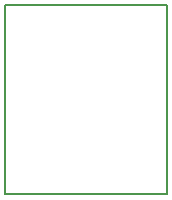
<source format=gko>
%TF.GenerationSoftware,KiCad,Pcbnew,4.0.7*%
%TF.CreationDate,2017-12-10T14:51:51+08:00*%
%TF.ProjectId,MicroUSB,4D6963726F5553422E6B696361645F70,rev?*%
%TF.FileFunction,Profile,NP*%
%FSLAX46Y46*%
G04 Gerber Fmt 4.6, Leading zero omitted, Abs format (unit mm)*
G04 Created by KiCad (PCBNEW 4.0.7) date 12/10/17 14:51:51*
%MOMM*%
%LPD*%
G01*
G04 APERTURE LIST*
%ADD10C,0.100000*%
%ADD11C,0.150000*%
G04 APERTURE END LIST*
D10*
D11*
X1140000Y-16750000D02*
X1140000Y-750000D01*
X14890000Y-16750000D02*
X14890000Y-750000D01*
X1140000Y-16750000D02*
X14890000Y-16750000D01*
X14890000Y-750000D02*
X1140000Y-750000D01*
M02*

</source>
